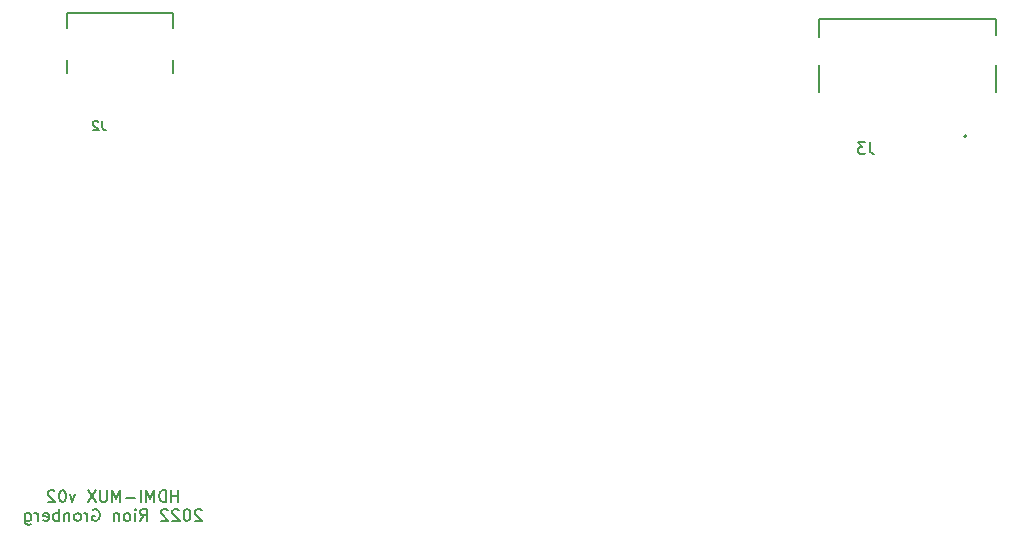
<source format=gbr>
%TF.GenerationSoftware,KiCad,Pcbnew,(6.0.10-0)*%
%TF.CreationDate,2022-12-27T23:39:26-08:00*%
%TF.ProjectId,HDMI-MUX,48444d49-2d4d-4555-982e-6b696361645f,rev?*%
%TF.SameCoordinates,Original*%
%TF.FileFunction,Legend,Bot*%
%TF.FilePolarity,Positive*%
%FSLAX46Y46*%
G04 Gerber Fmt 4.6, Leading zero omitted, Abs format (unit mm)*
G04 Created by KiCad (PCBNEW (6.0.10-0)) date 2022-12-27 23:39:26*
%MOMM*%
%LPD*%
G01*
G04 APERTURE LIST*
%ADD10C,0.200000*%
%ADD11C,0.150000*%
%ADD12C,0.127000*%
G04 APERTURE END LIST*
D10*
X29884000Y-58067380D02*
X29884000Y-57067380D01*
X29884000Y-57543571D02*
X29312571Y-57543571D01*
X29312571Y-58067380D02*
X29312571Y-57067380D01*
X28836380Y-58067380D02*
X28836380Y-57067380D01*
X28598285Y-57067380D01*
X28455428Y-57115000D01*
X28360190Y-57210238D01*
X28312571Y-57305476D01*
X28264952Y-57495952D01*
X28264952Y-57638809D01*
X28312571Y-57829285D01*
X28360190Y-57924523D01*
X28455428Y-58019761D01*
X28598285Y-58067380D01*
X28836380Y-58067380D01*
X27836380Y-58067380D02*
X27836380Y-57067380D01*
X27503047Y-57781666D01*
X27169714Y-57067380D01*
X27169714Y-58067380D01*
X26693523Y-58067380D02*
X26693523Y-57067380D01*
X26217333Y-57686428D02*
X25455428Y-57686428D01*
X24979238Y-58067380D02*
X24979238Y-57067380D01*
X24645904Y-57781666D01*
X24312571Y-57067380D01*
X24312571Y-58067380D01*
X23836380Y-57067380D02*
X23836380Y-57876904D01*
X23788761Y-57972142D01*
X23741142Y-58019761D01*
X23645904Y-58067380D01*
X23455428Y-58067380D01*
X23360190Y-58019761D01*
X23312571Y-57972142D01*
X23264952Y-57876904D01*
X23264952Y-57067380D01*
X22884000Y-57067380D02*
X22217333Y-58067380D01*
X22217333Y-57067380D02*
X22884000Y-58067380D01*
X21169714Y-57400714D02*
X20931619Y-58067380D01*
X20693523Y-57400714D01*
X20122095Y-57067380D02*
X20026857Y-57067380D01*
X19931619Y-57115000D01*
X19884000Y-57162619D01*
X19836380Y-57257857D01*
X19788761Y-57448333D01*
X19788761Y-57686428D01*
X19836380Y-57876904D01*
X19884000Y-57972142D01*
X19931619Y-58019761D01*
X20026857Y-58067380D01*
X20122095Y-58067380D01*
X20217333Y-58019761D01*
X20264952Y-57972142D01*
X20312571Y-57876904D01*
X20360190Y-57686428D01*
X20360190Y-57448333D01*
X20312571Y-57257857D01*
X20264952Y-57162619D01*
X20217333Y-57115000D01*
X20122095Y-57067380D01*
X19407809Y-57162619D02*
X19360190Y-57115000D01*
X19264952Y-57067380D01*
X19026857Y-57067380D01*
X18931619Y-57115000D01*
X18884000Y-57162619D01*
X18836380Y-57257857D01*
X18836380Y-57353095D01*
X18884000Y-57495952D01*
X19455428Y-58067380D01*
X18836380Y-58067380D01*
X31860190Y-58772619D02*
X31812571Y-58725000D01*
X31717333Y-58677380D01*
X31479238Y-58677380D01*
X31384000Y-58725000D01*
X31336380Y-58772619D01*
X31288761Y-58867857D01*
X31288761Y-58963095D01*
X31336380Y-59105952D01*
X31907809Y-59677380D01*
X31288761Y-59677380D01*
X30669714Y-58677380D02*
X30574476Y-58677380D01*
X30479238Y-58725000D01*
X30431619Y-58772619D01*
X30384000Y-58867857D01*
X30336380Y-59058333D01*
X30336380Y-59296428D01*
X30384000Y-59486904D01*
X30431619Y-59582142D01*
X30479238Y-59629761D01*
X30574476Y-59677380D01*
X30669714Y-59677380D01*
X30764952Y-59629761D01*
X30812571Y-59582142D01*
X30860190Y-59486904D01*
X30907809Y-59296428D01*
X30907809Y-59058333D01*
X30860190Y-58867857D01*
X30812571Y-58772619D01*
X30764952Y-58725000D01*
X30669714Y-58677380D01*
X29955428Y-58772619D02*
X29907809Y-58725000D01*
X29812571Y-58677380D01*
X29574476Y-58677380D01*
X29479238Y-58725000D01*
X29431619Y-58772619D01*
X29384000Y-58867857D01*
X29384000Y-58963095D01*
X29431619Y-59105952D01*
X30003047Y-59677380D01*
X29384000Y-59677380D01*
X29003047Y-58772619D02*
X28955428Y-58725000D01*
X28860190Y-58677380D01*
X28622095Y-58677380D01*
X28526857Y-58725000D01*
X28479238Y-58772619D01*
X28431619Y-58867857D01*
X28431619Y-58963095D01*
X28479238Y-59105952D01*
X29050666Y-59677380D01*
X28431619Y-59677380D01*
X26669714Y-59677380D02*
X27003047Y-59201190D01*
X27241142Y-59677380D02*
X27241142Y-58677380D01*
X26860190Y-58677380D01*
X26764952Y-58725000D01*
X26717333Y-58772619D01*
X26669714Y-58867857D01*
X26669714Y-59010714D01*
X26717333Y-59105952D01*
X26764952Y-59153571D01*
X26860190Y-59201190D01*
X27241142Y-59201190D01*
X26241142Y-59677380D02*
X26241142Y-59010714D01*
X26241142Y-58677380D02*
X26288761Y-58725000D01*
X26241142Y-58772619D01*
X26193523Y-58725000D01*
X26241142Y-58677380D01*
X26241142Y-58772619D01*
X25622095Y-59677380D02*
X25717333Y-59629761D01*
X25764952Y-59582142D01*
X25812571Y-59486904D01*
X25812571Y-59201190D01*
X25764952Y-59105952D01*
X25717333Y-59058333D01*
X25622095Y-59010714D01*
X25479238Y-59010714D01*
X25384000Y-59058333D01*
X25336380Y-59105952D01*
X25288761Y-59201190D01*
X25288761Y-59486904D01*
X25336380Y-59582142D01*
X25384000Y-59629761D01*
X25479238Y-59677380D01*
X25622095Y-59677380D01*
X24860190Y-59010714D02*
X24860190Y-59677380D01*
X24860190Y-59105952D02*
X24812571Y-59058333D01*
X24717333Y-59010714D01*
X24574476Y-59010714D01*
X24479238Y-59058333D01*
X24431619Y-59153571D01*
X24431619Y-59677380D01*
X22669714Y-58725000D02*
X22764952Y-58677380D01*
X22907809Y-58677380D01*
X23050666Y-58725000D01*
X23145904Y-58820238D01*
X23193523Y-58915476D01*
X23241142Y-59105952D01*
X23241142Y-59248809D01*
X23193523Y-59439285D01*
X23145904Y-59534523D01*
X23050666Y-59629761D01*
X22907809Y-59677380D01*
X22812571Y-59677380D01*
X22669714Y-59629761D01*
X22622095Y-59582142D01*
X22622095Y-59248809D01*
X22812571Y-59248809D01*
X22193523Y-59677380D02*
X22193523Y-59010714D01*
X22193523Y-59201190D02*
X22145904Y-59105952D01*
X22098285Y-59058333D01*
X22003047Y-59010714D01*
X21907809Y-59010714D01*
X21431619Y-59677380D02*
X21526857Y-59629761D01*
X21574476Y-59582142D01*
X21622095Y-59486904D01*
X21622095Y-59201190D01*
X21574476Y-59105952D01*
X21526857Y-59058333D01*
X21431619Y-59010714D01*
X21288761Y-59010714D01*
X21193523Y-59058333D01*
X21145904Y-59105952D01*
X21098285Y-59201190D01*
X21098285Y-59486904D01*
X21145904Y-59582142D01*
X21193523Y-59629761D01*
X21288761Y-59677380D01*
X21431619Y-59677380D01*
X20669714Y-59010714D02*
X20669714Y-59677380D01*
X20669714Y-59105952D02*
X20622095Y-59058333D01*
X20526857Y-59010714D01*
X20384000Y-59010714D01*
X20288761Y-59058333D01*
X20241142Y-59153571D01*
X20241142Y-59677380D01*
X19764952Y-59677380D02*
X19764952Y-58677380D01*
X19764952Y-59058333D02*
X19669714Y-59010714D01*
X19479238Y-59010714D01*
X19384000Y-59058333D01*
X19336380Y-59105952D01*
X19288761Y-59201190D01*
X19288761Y-59486904D01*
X19336380Y-59582142D01*
X19384000Y-59629761D01*
X19479238Y-59677380D01*
X19669714Y-59677380D01*
X19764952Y-59629761D01*
X18479238Y-59629761D02*
X18574476Y-59677380D01*
X18764952Y-59677380D01*
X18860190Y-59629761D01*
X18907809Y-59534523D01*
X18907809Y-59153571D01*
X18860190Y-59058333D01*
X18764952Y-59010714D01*
X18574476Y-59010714D01*
X18479238Y-59058333D01*
X18431619Y-59153571D01*
X18431619Y-59248809D01*
X18907809Y-59344047D01*
X18003047Y-59677380D02*
X18003047Y-59010714D01*
X18003047Y-59201190D02*
X17955428Y-59105952D01*
X17907809Y-59058333D01*
X17812571Y-59010714D01*
X17717333Y-59010714D01*
X16955428Y-59010714D02*
X16955428Y-59820238D01*
X17003047Y-59915476D01*
X17050666Y-59963095D01*
X17145904Y-60010714D01*
X17288761Y-60010714D01*
X17384000Y-59963095D01*
X16955428Y-59629761D02*
X17050666Y-59677380D01*
X17241142Y-59677380D01*
X17336380Y-59629761D01*
X17384000Y-59582142D01*
X17431619Y-59486904D01*
X17431619Y-59201190D01*
X17384000Y-59105952D01*
X17336380Y-59058333D01*
X17241142Y-59010714D01*
X17050666Y-59010714D01*
X16955428Y-59058333D01*
D11*
%TO.C,J2*%
X23448467Y-25792803D02*
X23448467Y-26355233D01*
X23485962Y-26467719D01*
X23560953Y-26542710D01*
X23673439Y-26580205D01*
X23748430Y-26580205D01*
X23111009Y-25867794D02*
X23073514Y-25830299D01*
X22998523Y-25792803D01*
X22811046Y-25792803D01*
X22736056Y-25830299D01*
X22698560Y-25867794D01*
X22661065Y-25942785D01*
X22661065Y-26017775D01*
X22698560Y-26130261D01*
X23148504Y-26580205D01*
X22661065Y-26580205D01*
%TO.C,J3*%
X88442833Y-27599880D02*
X88442833Y-28314166D01*
X88490452Y-28457023D01*
X88585690Y-28552261D01*
X88728547Y-28599880D01*
X88823785Y-28599880D01*
X88061880Y-27599880D02*
X87442833Y-27599880D01*
X87776166Y-27980833D01*
X87633309Y-27980833D01*
X87538071Y-28028452D01*
X87490452Y-28076071D01*
X87442833Y-28171309D01*
X87442833Y-28409404D01*
X87490452Y-28504642D01*
X87538071Y-28552261D01*
X87633309Y-28599880D01*
X87919023Y-28599880D01*
X88014261Y-28552261D01*
X88061880Y-28504642D01*
D12*
%TO.C,J2*%
X29446000Y-16704000D02*
X29446000Y-17954000D01*
X20506000Y-20654000D02*
X20506000Y-21754000D01*
X20506000Y-16704000D02*
X20506000Y-17954000D01*
X20506000Y-16704000D02*
X29446000Y-16704000D01*
X29446000Y-20654000D02*
X29446000Y-21754000D01*
%TO.C,J3*%
X84124500Y-23342500D02*
X84124500Y-21082500D01*
X99124500Y-23342500D02*
X99124500Y-21082500D01*
X84124500Y-17162500D02*
X99124500Y-17162500D01*
X99124500Y-17162500D02*
X99124500Y-18562500D01*
X84124500Y-18662500D02*
X84124500Y-17162500D01*
D10*
X96624500Y-27112500D02*
G75*
G03*
X96624500Y-27112500I-100000J0D01*
G01*
%TD*%
M02*

</source>
